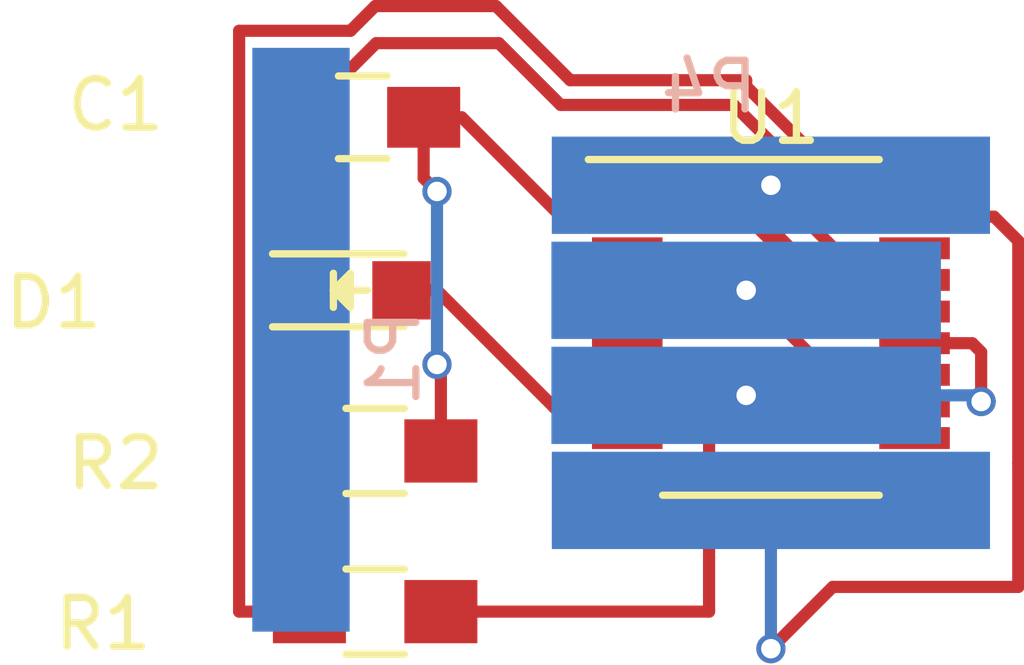
<source format=kicad_pcb>
(kicad_pcb (version 4) (host pcbnew 4.0.5+dfsg1-4)

  (general
    (links 12)
    (no_connects 2)
    (area 137.963 90.61 163.958 111.049)
    (thickness 1.6)
    (drawings 0)
    (tracks 59)
    (zones 0)
    (modules 7)
    (nets 20)
  )

  (page A4)
  (layers
    (0 F.Cu signal)
    (31 B.Cu signal)
    (32 B.Adhes user)
    (33 F.Adhes user)
    (34 B.Paste user)
    (35 F.Paste user)
    (36 B.SilkS user)
    (37 F.SilkS user)
    (38 B.Mask user)
    (39 F.Mask user)
    (40 Dwgs.User user)
    (41 Cmts.User user)
    (42 Eco1.User user)
    (43 Eco2.User user)
    (44 Edge.Cuts user)
    (45 Margin user)
    (46 B.CrtYd user)
    (47 F.CrtYd user)
    (48 B.Fab user)
    (49 F.Fab user)
  )

  (setup
    (last_trace_width 0.25)
    (trace_clearance 0.2)
    (zone_clearance 0.508)
    (zone_45_only no)
    (trace_min 0.2)
    (segment_width 0.2)
    (edge_width 0.15)
    (via_size 0.6)
    (via_drill 0.4)
    (via_min_size 0.4)
    (via_min_drill 0.3)
    (uvia_size 0.3)
    (uvia_drill 0.1)
    (uvias_allowed no)
    (uvia_min_size 0.2)
    (uvia_min_drill 0.1)
    (pcb_text_width 0.3)
    (pcb_text_size 1.5 1.5)
    (mod_edge_width 0.15)
    (mod_text_size 1 1)
    (mod_text_width 0.15)
    (pad_size 8 2)
    (pad_drill 0)
    (pad_to_mask_clearance 0.2)
    (aux_axis_origin 0 0)
    (visible_elements FFFFFF3F)
    (pcbplotparams
      (layerselection 0x00030_80000001)
      (usegerberextensions false)
      (excludeedgelayer true)
      (linewidth 0.100000)
      (plotframeref false)
      (viasonmask false)
      (mode 1)
      (useauxorigin false)
      (hpglpennumber 1)
      (hpglpenspeed 20)
      (hpglpendiameter 15)
      (hpglpenoverlay 2)
      (psnegative false)
      (psa4output false)
      (plotreference true)
      (plotvalue true)
      (plotinvisibletext false)
      (padsonsilk false)
      (subtractmaskfromsilk false)
      (outputformat 1)
      (mirror false)
      (drillshape 1)
      (scaleselection 1)
      (outputdirectory ""))
  )

  (net 0 "")
  (net 1 +5V)
  (net 2 GND)
  (net 3 "Net-(D1-Pad2)")
  (net 4 "Net-(P1-Pad1)")
  (net 5 "Net-(P4-Pad3)")
  (net 6 "Net-(P4-Pad2)")
  (net 7 "Net-(U1-Pad1)")
  (net 8 "Net-(U1-Pad3)")
  (net 9 "Net-(U1-Pad6)")
  (net 10 "Net-(U1-Pad9)")
  (net 11 "Net-(U1-Pad10)")
  (net 12 "Net-(U1-Pad11)")
  (net 13 "Net-(U1-Pad12)")
  (net 14 "Net-(U1-Pad16)")
  (net 15 "Net-(U1-Pad17)")
  (net 16 "Net-(P4-Pad5)")
  (net 17 "Net-(D1-Pad1)")
  (net 18 "Net-(R1-Pad1)")
  (net 19 "Net-(U1-Pad13)")

  (net_class Default "This is the default net class."
    (clearance 0.2)
    (trace_width 0.25)
    (via_dia 0.6)
    (via_drill 0.4)
    (uvia_dia 0.3)
    (uvia_drill 0.1)
    (add_net +5V)
    (add_net GND)
    (add_net "Net-(D1-Pad1)")
    (add_net "Net-(D1-Pad2)")
    (add_net "Net-(P1-Pad1)")
    (add_net "Net-(P4-Pad2)")
    (add_net "Net-(P4-Pad3)")
    (add_net "Net-(P4-Pad5)")
    (add_net "Net-(R1-Pad1)")
    (add_net "Net-(U1-Pad1)")
    (add_net "Net-(U1-Pad10)")
    (add_net "Net-(U1-Pad11)")
    (add_net "Net-(U1-Pad12)")
    (add_net "Net-(U1-Pad13)")
    (add_net "Net-(U1-Pad16)")
    (add_net "Net-(U1-Pad17)")
    (add_net "Net-(U1-Pad3)")
    (add_net "Net-(U1-Pad6)")
    (add_net "Net-(U1-Pad9)")
  )

  (module Capacitors_SMD:C_0805_HandSoldering (layer F.Cu) (tedit 5CF9C251) (tstamp 5CF9C1AB)
    (at 140.97 100.076)
    (descr "Capacitor SMD 0805, hand soldering")
    (tags "capacitor 0805")
    (path /5CF7D93C)
    (attr smd)
    (fp_text reference C1 (at -5.08 -0.254) (layer F.SilkS)
      (effects (font (size 1 1) (thickness 0.15)))
    )
    (fp_text value C (at -3.302 0) (layer F.Fab)
      (effects (font (size 1 1) (thickness 0.15)))
    )
    (fp_line (start -1 0.625) (end -1 -0.625) (layer F.Fab) (width 0.15))
    (fp_line (start 1 0.625) (end -1 0.625) (layer F.Fab) (width 0.15))
    (fp_line (start 1 -0.625) (end 1 0.625) (layer F.Fab) (width 0.15))
    (fp_line (start -1 -0.625) (end 1 -0.625) (layer F.Fab) (width 0.15))
    (fp_line (start -2.3 -1) (end 2.3 -1) (layer F.CrtYd) (width 0.05))
    (fp_line (start -2.3 1) (end 2.3 1) (layer F.CrtYd) (width 0.05))
    (fp_line (start -2.3 -1) (end -2.3 1) (layer F.CrtYd) (width 0.05))
    (fp_line (start 2.3 -1) (end 2.3 1) (layer F.CrtYd) (width 0.05))
    (fp_line (start 0.5 -0.85) (end -0.5 -0.85) (layer F.SilkS) (width 0.15))
    (fp_line (start -0.5 0.85) (end 0.5 0.85) (layer F.SilkS) (width 0.15))
    (pad 1 smd rect (at -1.25 0) (size 1.5 1.25) (layers F.Cu F.Paste F.Mask)
      (net 1 +5V))
    (pad 2 smd rect (at 1.25 0) (size 1.5 1.25) (layers F.Cu F.Paste F.Mask)
      (net 2 GND))
    (model Capacitors_SMD.3dshapes/C_0805_HandSoldering.wrl
      (at (xyz 0 0 0))
      (scale (xyz 1 1 1))
      (rotate (xyz 0 0 0))
    )
  )

  (module LEDs:LED_0805 (layer F.Cu) (tedit 5CF9C238) (tstamp 5CF9C1B1)
    (at 140.716 103.632)
    (descr "LED 0805 smd package")
    (tags "LED 0805 SMD")
    (path /5CF7CC1B)
    (attr smd)
    (fp_text reference D1 (at -6.096 0.254) (layer F.SilkS)
      (effects (font (size 1 1) (thickness 0.15)))
    )
    (fp_text value LED (at -3.556 0.254) (layer F.Fab)
      (effects (font (size 1 1) (thickness 0.15)))
    )
    (fp_line (start -0.4 -0.3) (end -0.4 0.3) (layer F.Fab) (width 0.15))
    (fp_line (start -0.3 0) (end 0 -0.3) (layer F.Fab) (width 0.15))
    (fp_line (start 0 0.3) (end -0.3 0) (layer F.Fab) (width 0.15))
    (fp_line (start 0 -0.3) (end 0 0.3) (layer F.Fab) (width 0.15))
    (fp_line (start 1 -0.6) (end -1 -0.6) (layer F.Fab) (width 0.15))
    (fp_line (start 1 0.6) (end 1 -0.6) (layer F.Fab) (width 0.15))
    (fp_line (start -1 0.6) (end 1 0.6) (layer F.Fab) (width 0.15))
    (fp_line (start -1 -0.6) (end -1 0.6) (layer F.Fab) (width 0.15))
    (fp_line (start -1.6 0.75) (end 1.1 0.75) (layer F.SilkS) (width 0.15))
    (fp_line (start -1.6 -0.75) (end 1.1 -0.75) (layer F.SilkS) (width 0.15))
    (fp_line (start -0.1 0.15) (end -0.1 -0.1) (layer F.SilkS) (width 0.15))
    (fp_line (start -0.1 -0.1) (end -0.25 0.05) (layer F.SilkS) (width 0.15))
    (fp_line (start -0.35 -0.35) (end -0.35 0.35) (layer F.SilkS) (width 0.15))
    (fp_line (start 0 0) (end 0.35 0) (layer F.SilkS) (width 0.15))
    (fp_line (start -0.35 0) (end 0 -0.35) (layer F.SilkS) (width 0.15))
    (fp_line (start 0 -0.35) (end 0 0.35) (layer F.SilkS) (width 0.15))
    (fp_line (start 0 0.35) (end -0.35 0) (layer F.SilkS) (width 0.15))
    (fp_line (start 1.9 -0.95) (end 1.9 0.95) (layer F.CrtYd) (width 0.05))
    (fp_line (start 1.9 0.95) (end -1.9 0.95) (layer F.CrtYd) (width 0.05))
    (fp_line (start -1.9 0.95) (end -1.9 -0.95) (layer F.CrtYd) (width 0.05))
    (fp_line (start -1.9 -0.95) (end 1.9 -0.95) (layer F.CrtYd) (width 0.05))
    (pad 2 smd rect (at 1.04902 0 180) (size 1.19888 1.19888) (layers F.Cu F.Paste F.Mask)
      (net 3 "Net-(D1-Pad2)"))
    (pad 1 smd rect (at -1.04902 0 180) (size 1.19888 1.19888) (layers F.Cu F.Paste F.Mask)
      (net 17 "Net-(D1-Pad1)"))
    (model LEDs.3dshapes/LED_0805.wrl
      (at (xyz 0 0 0))
      (scale (xyz 1 1 1))
      (rotate (xyz 0 0 0))
    )
  )

  (module u2f:EdgeTouch (layer B.Cu) (tedit 5CF98A90) (tstamp 5CF9C1B6)
    (at 139.7 104.648 270)
    (path /5CF95DC3)
    (fp_text reference P1 (at 0.381 -1.905 270) (layer B.SilkS)
      (effects (font (size 1 1) (thickness 0.15)) (justify mirror))
    )
    (fp_text value "Touch Button" (at 0 2.032 270) (layer B.Fab)
      (effects (font (size 1 1) (thickness 0.15)) (justify mirror))
    )
    (pad 1 connect rect (at 0 0 270) (size 12 2) (layers B.Cu B.Mask)
      (net 4 "Net-(P1-Pad1)"))
  )

  (module u2f:USBEdge (layer B.Cu) (tedit 5CF98AE0) (tstamp 5CF9C1BF)
    (at 148.844 104.648)
    (path /5CF97BF4)
    (fp_text reference P4 (at -0.762 -5.199) (layer B.SilkS)
      (effects (font (size 1 1) (thickness 0.15)) (justify mirror))
    )
    (fp_text value USB_A (at 0 5.58) (layer B.Fab)
      (effects (font (size 1 1) (thickness 0.15)) (justify mirror))
    )
    (pad 3 connect rect (at 0 -1.016) (size 8 2) (layers B.Cu B.Mask)
      (net 5 "Net-(P4-Pad3)"))
    (pad 2 connect rect (at 0 1.143) (size 8 2) (layers B.Cu B.Mask)
      (net 6 "Net-(P4-Pad2)"))
    (pad 1 connect rect (at 0.508 3.302) (size 9 2) (layers B.Cu B.Mask)
      (net 1 +5V))
    (pad 4 connect rect (at 0.508 -3.175) (size 9 2) (layers B.Cu B.Mask)
      (net 2 GND))
    (pad 5 connect rect (at -3.429 -3.048) (size 1 1) (layers B.Cu B.Mask)
      (net 16 "Net-(P4-Pad5)"))
  )

  (module Resistors_SMD:R_0805_HandSoldering (layer F.Cu) (tedit 5CF9C249) (tstamp 5CF9C1C5)
    (at 141.224 110.236)
    (descr "Resistor SMD 0805, hand soldering")
    (tags "resistor 0805")
    (path /5CF95EDE)
    (attr smd)
    (fp_text reference R1 (at -5.588 0.254) (layer F.SilkS)
      (effects (font (size 1 1) (thickness 0.15)))
    )
    (fp_text value R (at -3.556 0.254) (layer F.Fab)
      (effects (font (size 1 1) (thickness 0.15)))
    )
    (fp_line (start -1 0.625) (end -1 -0.625) (layer F.Fab) (width 0.1))
    (fp_line (start 1 0.625) (end -1 0.625) (layer F.Fab) (width 0.1))
    (fp_line (start 1 -0.625) (end 1 0.625) (layer F.Fab) (width 0.1))
    (fp_line (start -1 -0.625) (end 1 -0.625) (layer F.Fab) (width 0.1))
    (fp_line (start -2.4 -1) (end 2.4 -1) (layer F.CrtYd) (width 0.05))
    (fp_line (start -2.4 1) (end 2.4 1) (layer F.CrtYd) (width 0.05))
    (fp_line (start -2.4 -1) (end -2.4 1) (layer F.CrtYd) (width 0.05))
    (fp_line (start 2.4 -1) (end 2.4 1) (layer F.CrtYd) (width 0.05))
    (fp_line (start 0.6 0.875) (end -0.6 0.875) (layer F.SilkS) (width 0.15))
    (fp_line (start -0.6 -0.875) (end 0.6 -0.875) (layer F.SilkS) (width 0.15))
    (pad 1 smd rect (at -1.35 0) (size 1.5 1.3) (layers F.Cu F.Paste F.Mask)
      (net 18 "Net-(R1-Pad1)"))
    (pad 2 smd rect (at 1.35 0) (size 1.5 1.3) (layers F.Cu F.Paste F.Mask)
      (net 6 "Net-(P4-Pad2)"))
    (model Resistors_SMD.3dshapes/R_0805_HandSoldering.wrl
      (at (xyz 0 0 0))
      (scale (xyz 1 1 1))
      (rotate (xyz 0 0 0))
    )
  )

  (module Resistors_SMD:R_0805_HandSoldering (layer F.Cu) (tedit 5CF9C24C) (tstamp 5CF9C1CB)
    (at 141.224 106.934)
    (descr "Resistor SMD 0805, hand soldering")
    (tags "resistor 0805")
    (path /5CF99EE0)
    (attr smd)
    (fp_text reference R2 (at -5.334 0.254) (layer F.SilkS)
      (effects (font (size 1 1) (thickness 0.15)))
    )
    (fp_text value R (at -3.302 0.254) (layer F.Fab)
      (effects (font (size 1 1) (thickness 0.15)))
    )
    (fp_line (start -1 0.625) (end -1 -0.625) (layer F.Fab) (width 0.1))
    (fp_line (start 1 0.625) (end -1 0.625) (layer F.Fab) (width 0.1))
    (fp_line (start 1 -0.625) (end 1 0.625) (layer F.Fab) (width 0.1))
    (fp_line (start -1 -0.625) (end 1 -0.625) (layer F.Fab) (width 0.1))
    (fp_line (start -2.4 -1) (end 2.4 -1) (layer F.CrtYd) (width 0.05))
    (fp_line (start -2.4 1) (end 2.4 1) (layer F.CrtYd) (width 0.05))
    (fp_line (start -2.4 -1) (end -2.4 1) (layer F.CrtYd) (width 0.05))
    (fp_line (start 2.4 -1) (end 2.4 1) (layer F.CrtYd) (width 0.05))
    (fp_line (start 0.6 0.875) (end -0.6 0.875) (layer F.SilkS) (width 0.15))
    (fp_line (start -0.6 -0.875) (end 0.6 -0.875) (layer F.SilkS) (width 0.15))
    (pad 1 smd rect (at -1.35 0) (size 1.5 1.3) (layers F.Cu F.Paste F.Mask)
      (net 17 "Net-(D1-Pad1)"))
    (pad 2 smd rect (at 1.35 0) (size 1.5 1.3) (layers F.Cu F.Paste F.Mask)
      (net 2 GND))
    (model Resistors_SMD.3dshapes/R_0805_HandSoldering.wrl
      (at (xyz 0 0 0))
      (scale (xyz 1 1 1))
      (rotate (xyz 0 0 0))
    )
  )

  (module Housings_SSOP:TSSOP-20_4.4x6.5mm_Pitch0.65mm (layer F.Cu) (tedit 5CF9C5B7) (tstamp 5CF9C1E3)
    (at 149.352 104.394)
    (descr "20-Lead Plastic Thin Shrink Small Outline (ST)-4.4 mm Body [TSSOP] (see Microchip Packaging Specification 00000049BS.pdf)")
    (tags "SSOP 0.65")
    (path /5CF7CBDC)
    (attr smd)
    (fp_text reference U1 (at 0 -4.3) (layer F.SilkS)
      (effects (font (size 1 1) (thickness 0.15)))
    )
    (fp_text value ch552T (at 0 4.3) (layer F.Fab)
      (effects (font (size 1 1) (thickness 0.15)))
    )
    (fp_line (start -1.2 -3.25) (end 2.2 -3.25) (layer F.Fab) (width 0.15))
    (fp_line (start 2.2 -3.25) (end 2.2 3.25) (layer F.Fab) (width 0.15))
    (fp_line (start 2.2 3.25) (end -2.2 3.25) (layer F.Fab) (width 0.15))
    (fp_line (start -2.2 3.25) (end -2.2 -2.25) (layer F.Fab) (width 0.15))
    (fp_line (start -2.2 -2.25) (end -1.2 -3.25) (layer F.Fab) (width 0.15))
    (fp_line (start -3.95 -3.55) (end -3.95 3.55) (layer F.CrtYd) (width 0.05))
    (fp_line (start 3.95 -3.55) (end 3.95 3.55) (layer F.CrtYd) (width 0.05))
    (fp_line (start -3.95 -3.55) (end 3.95 -3.55) (layer F.CrtYd) (width 0.05))
    (fp_line (start -3.95 3.55) (end 3.95 3.55) (layer F.CrtYd) (width 0.05))
    (fp_line (start -2.225 3.45) (end 2.225 3.45) (layer F.SilkS) (width 0.15))
    (fp_line (start -3.75 -3.45) (end 2.225 -3.45) (layer F.SilkS) (width 0.15))
    (pad 1 smd rect (at -2.95 -2.925) (size 1.45 0.45) (layers F.Cu F.Paste F.Mask)
      (net 7 "Net-(U1-Pad1)"))
    (pad 3 smd rect (at -2.95 -1.625) (size 1.45 0.45) (layers F.Cu F.Paste F.Mask)
      (net 8 "Net-(U1-Pad3)"))
    (pad 6 smd rect (at -2.95 0.325) (size 1.45 0.45) (layers F.Cu F.Paste F.Mask)
      (net 9 "Net-(U1-Pad6)"))
    (pad 7 smd rect (at -2.95 0.975) (size 1.45 0.45) (layers F.Cu F.Paste F.Mask)
      (net 4 "Net-(P1-Pad1)"))
    (pad 8 smd rect (at -2.95 1.625) (size 1.45 0.45) (layers F.Cu F.Paste F.Mask)
      (net 3 "Net-(D1-Pad2)"))
    (pad 9 smd rect (at -2.95 2.275) (size 1.45 0.45) (layers F.Cu F.Paste F.Mask)
      (net 10 "Net-(U1-Pad9)"))
    (pad 10 smd rect (at -2.95 2.925) (size 1.45 0.45) (layers F.Cu F.Paste F.Mask)
      (net 11 "Net-(U1-Pad10)"))
    (pad 11 smd rect (at 2.95 2.925) (size 1.45 0.45) (layers F.Cu F.Paste F.Mask)
      (net 12 "Net-(U1-Pad11)"))
    (pad 12 smd rect (at 2.95 2.275) (size 1.45 0.45) (layers F.Cu F.Paste F.Mask)
      (net 13 "Net-(U1-Pad12)"))
    (pad 13 smd rect (at 2.95 1.625) (size 1.45 0.45) (layers F.Cu F.Paste F.Mask)
      (net 19 "Net-(U1-Pad13)"))
    (pad 14 smd rect (at 2.95 0.975) (size 1.45 0.45) (layers F.Cu F.Paste F.Mask)
      (net 5 "Net-(P4-Pad3)"))
    (pad 15 smd rect (at 2.95 0.325) (size 1.45 0.45) (layers F.Cu F.Paste F.Mask)
      (net 6 "Net-(P4-Pad2)"))
    (pad 16 smd rect (at 2.95 -0.325) (size 1.45 0.45) (layers F.Cu F.Paste F.Mask)
      (net 14 "Net-(U1-Pad16)"))
    (pad 17 smd rect (at 2.95 -0.975) (size 1.45 0.45) (layers F.Cu F.Paste F.Mask)
      (net 15 "Net-(U1-Pad17)"))
    (pad 18 smd rect (at 2.95 -1.625) (size 1.45 0.45) (layers F.Cu F.Paste F.Mask)
      (net 2 GND))
    (pad 19 smd rect (at 2.95 -2.275) (size 1.45 0.45) (layers F.Cu F.Paste F.Mask)
      (net 1 +5V))
    (pad 20 smd rect (at 2.95 -2.925) (size 1.45 0.45) (layers F.Cu F.Paste F.Mask)
      (net 18 "Net-(R1-Pad1)"))
    (model Housings_SSOP.3dshapes/TSSOP-20_4.4x6.5mm_Pitch0.65mm.wrl
      (at (xyz 0 0 0))
      (scale (xyz 1 1 1))
      (rotate (xyz 0 0 0))
    )
  )

  (segment (start 148.59 99.822) (end 145.034 99.822) (width 0.25) (layer F.Cu) (net 1))
  (segment (start 150.887 102.119) (end 148.59 99.822) (width 0.25) (layer F.Cu) (net 1) (tstamp 5CF9C48A))
  (segment (start 152.302 102.119) (end 150.887 102.119) (width 0.25) (layer F.Cu) (net 1))
  (segment (start 141.244 98.552) (end 139.72 100.076) (width 0.25) (layer F.Cu) (net 1) (tstamp 5CF9C4A0))
  (segment (start 143.764 98.552) (end 141.244 98.552) (width 0.25) (layer F.Cu) (net 1) (tstamp 5CF9C49F))
  (segment (start 145.034 99.822) (end 143.764 98.552) (width 0.25) (layer F.Cu) (net 1) (tstamp 5CF9C497))
  (segment (start 154.432 107.188) (end 154.432 102.616) (width 0.25) (layer F.Cu) (net 1))
  (via (at 149.352 110.998) (size 0.6) (drill 0.4) (layers F.Cu B.Cu) (net 1))
  (segment (start 149.352 107.95) (end 149.352 110.998) (width 0.25) (layer B.Cu) (net 1))
  (segment (start 150.622 109.728) (end 154.432 109.728) (width 0.25) (layer F.Cu) (net 1) (tstamp 5CF9C432))
  (segment (start 149.352 110.998) (end 150.622 109.728) (width 0.25) (layer F.Cu) (net 1) (tstamp 5CF9C431))
  (segment (start 154.432 107.188) (end 154.432 109.728) (width 0.25) (layer F.Cu) (net 1))
  (segment (start 153.935 102.119) (end 152.302 102.119) (width 0.25) (layer F.Cu) (net 1) (tstamp 5CF9C486))
  (segment (start 154.432 102.616) (end 153.935 102.119) (width 0.25) (layer F.Cu) (net 1) (tstamp 5CF9C47E))
  (segment (start 152.302 102.769) (end 149.759 102.769) (width 0.25) (layer F.Cu) (net 2) (status 400000))
  (segment (start 149.759 102.769) (end 149.098 102.108) (width 0.25) (layer F.Cu) (net 2) (tstamp 5CF9C624))
  (segment (start 149.098 102.108) (end 149.098 102.362) (width 0.25) (layer F.Cu) (net 2))
  (segment (start 149.098 102.362) (end 149.606 102.87) (width 0.25) (layer F.Cu) (net 2) (tstamp 5CF9C620))
  (segment (start 143.002 100.076) (end 145.034 102.108) (width 0.25) (layer F.Cu) (net 2) (tstamp 5CF9C61A))
  (segment (start 142.22 100.076) (end 143.002 100.076) (width 0.25) (layer F.Cu) (net 2) (status 400000))
  (segment (start 145.034 102.108) (end 149.098 102.108) (width 0.25) (layer F.Cu) (net 2) (tstamp 5CF9C61B))
  (segment (start 142.574 106.934) (end 142.574 105.236) (width 0.25) (layer F.Cu) (net 2))
  (segment (start 142.22 101.326) (end 142.22 100.076) (width 0.25) (layer F.Cu) (net 2) (tstamp 5CF9C518))
  (segment (start 142.494 101.6) (end 142.22 101.326) (width 0.25) (layer F.Cu) (net 2) (tstamp 5CF9C517))
  (via (at 142.494 101.6) (size 0.6) (drill 0.4) (layers F.Cu B.Cu) (net 2))
  (segment (start 142.494 105.156) (end 142.494 101.6) (width 0.25) (layer B.Cu) (net 2) (tstamp 5CF9C511))
  (via (at 142.494 105.156) (size 0.6) (drill 0.4) (layers F.Cu B.Cu) (net 2))
  (segment (start 142.574 105.236) (end 142.494 105.156) (width 0.25) (layer F.Cu) (net 2) (tstamp 5CF9C50A))
  (via (at 149.352 101.473) (size 0.6) (drill 0.4) (layers F.Cu B.Cu) (net 2))
  (segment (start 152.302 102.769) (end 150.648 102.769) (width 0.25) (layer F.Cu) (net 2) (tstamp 5CF9C393))
  (segment (start 150.648 102.769) (end 149.352 101.473) (width 0.25) (layer F.Cu) (net 2) (tstamp 5CF9C392))
  (segment (start 146.402 106.019) (end 144.881 106.019) (width 0.25) (layer F.Cu) (net 3) (status 400000))
  (segment (start 142.494 103.632) (end 145.034 106.172) (width 0.25) (layer F.Cu) (net 3) (tstamp 5CF9C62E))
  (segment (start 142.494 103.632) (end 141.76502 103.632) (width 0.25) (layer F.Cu) (net 3) (status 800000))
  (segment (start 144.881 106.019) (end 145.034 106.172) (width 0.25) (layer F.Cu) (net 3) (tstamp 5CF9C632))
  (via (at 148.844 103.632) (size 0.6) (drill 0.4) (layers F.Cu B.Cu) (net 5))
  (segment (start 152.302 105.369) (end 150.581 105.369) (width 0.25) (layer F.Cu) (net 5) (tstamp 5CF9C3AC))
  (segment (start 150.581 105.369) (end 148.844 103.632) (width 0.25) (layer F.Cu) (net 5) (tstamp 5CF9C3AB))
  (segment (start 142.574 110.236) (end 148.082 110.236) (width 0.25) (layer F.Cu) (net 6) (status 400000))
  (segment (start 148.844 105.791) (end 148.082 106.553) (width 0.25) (layer F.Cu) (net 6) (tstamp 5CF9C628))
  (segment (start 148.082 106.553) (end 148.082 110.236) (width 0.25) (layer F.Cu) (net 6) (tstamp 5CF9C629))
  (segment (start 153.487 104.719) (end 152.302 104.719) (width 0.25) (layer F.Cu) (net 6))
  (segment (start 153.543 105.791) (end 153.67 105.918) (width 0.25) (layer B.Cu) (net 6) (tstamp 5CF9C467))
  (via (at 153.67 105.918) (size 0.6) (drill 0.4) (layers F.Cu B.Cu) (net 6))
  (segment (start 153.67 105.918) (end 153.67 104.902) (width 0.25) (layer F.Cu) (net 6) (tstamp 5CF9C472))
  (segment (start 153.543 105.791) (end 148.844 105.791) (width 0.25) (layer B.Cu) (net 6))
  (segment (start 153.487 104.719) (end 153.67 104.902) (width 0.25) (layer F.Cu) (net 6) (tstamp 5CF9C478))
  (via (at 148.844 105.791) (size 0.6) (drill 0.4) (layers F.Cu B.Cu) (net 6) (status 400000))
  (segment (start 140.17498 106.63302) (end 139.874 106.934) (width 0.25) (layer F.Cu) (net 17) (tstamp 5CF9C322))
  (segment (start 148.844 99.314) (end 148.844 99.439602) (width 0.25) (layer F.Cu) (net 18))
  (segment (start 143.706002 97.79) (end 145.230002 99.314) (width 0.25) (layer F.Cu) (net 18) (tstamp 5CF9C64C))
  (segment (start 145.230002 99.314) (end 148.844 99.314) (width 0.25) (layer F.Cu) (net 18) (tstamp 5CF9C650))
  (segment (start 138.43 98.298) (end 140.716 98.298) (width 0.25) (layer F.Cu) (net 18))
  (segment (start 138.43 110.236) (end 138.43 98.298) (width 0.25) (layer F.Cu) (net 18) (tstamp 5CF9C635))
  (segment (start 139.874 110.236) (end 138.43 110.236) (width 0.25) (layer F.Cu) (net 18) (status 400000))
  (segment (start 140.716 98.298) (end 141.224 97.79) (width 0.25) (layer F.Cu) (net 18) (tstamp 5CF9C644))
  (segment (start 141.224 97.79) (end 143.706002 97.79) (width 0.25) (layer F.Cu) (net 18))
  (segment (start 150.873398 101.469) (end 152.302 101.469) (width 0.25) (layer F.Cu) (net 18) (tstamp 5CF9C65A) (status 800000))
  (segment (start 148.844 99.439602) (end 150.873398 101.469) (width 0.25) (layer F.Cu) (net 18) (tstamp 5CF9C658))

)

</source>
